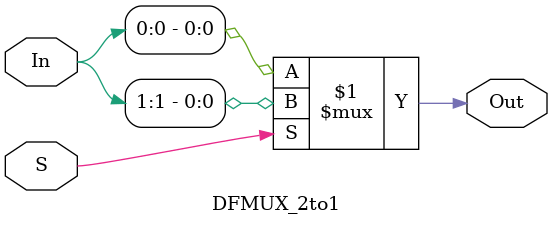
<source format=v>
`timescale 1ns / 1ps
module DFMUX_2to1(
    input [1:0] In,
    input S,
    output Out
    );
	
	 assign Out = (S)?In[1]:In[0];
	 
endmodule

</source>
